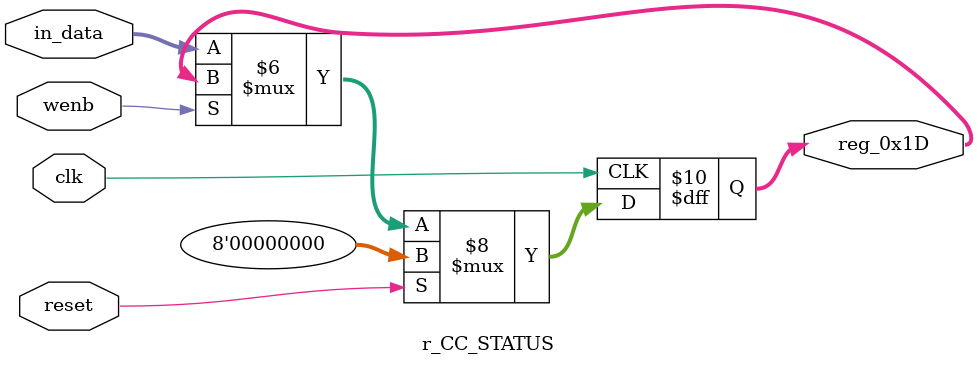
<source format=v>
module r_CC_STATUS(output reg [7:0] reg_0x1D, input wire reset, input wire wenb, input wire [7:0] in_data, input wire clk);
	always@(posedge clk)
	begin
		if(reset==0) begin
			if(wenb==0)
				reg_0x1D<=in_data;
			else
				reg_0x1D<=reg_0x1D;
		end
		else
			reg_0x1D<=8'h00;
	end
endmodule
</source>
